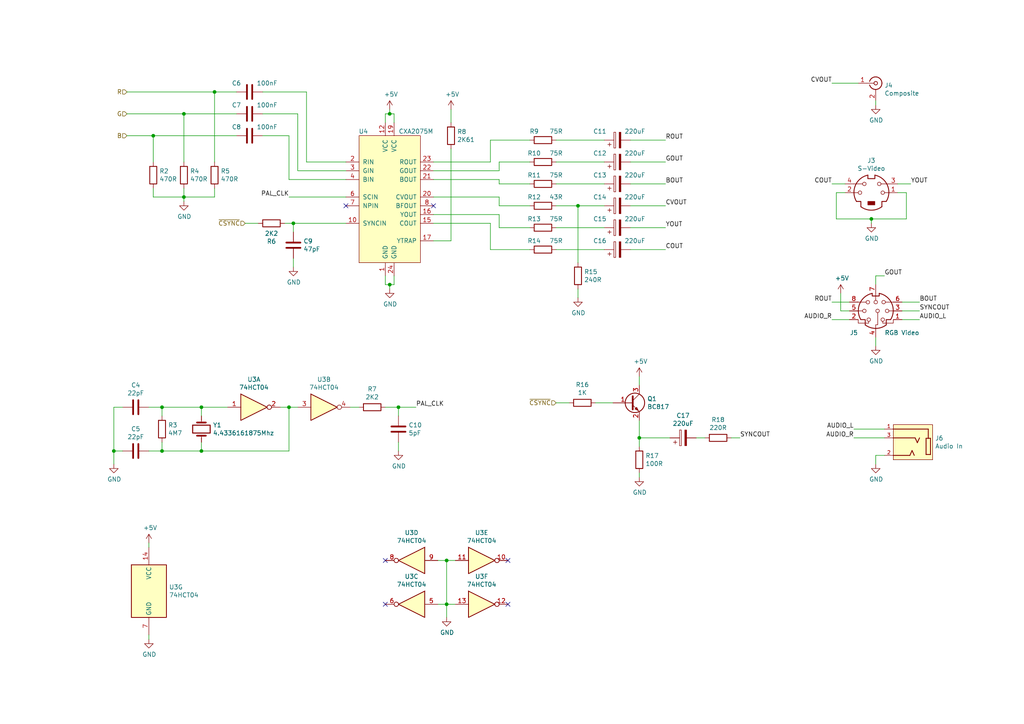
<source format=kicad_sch>
(kicad_sch (version 20211123) (generator eeschema)
  (paper "A4")
  (lib_symbols
    (symbol "74xx:74HCT04"
      (property "Reference" "U" (at 0 1.27 0))
      (property "Value" "74HCT04" (at 0 -1.27 0))
      (symbol "74HCT04_1_0"
        (polyline (pts (xy -3.81 3.81) (xy -3.81 -3.81) (xy 3.81 0) (xy -3.81 3.81)) (stroke (width 0.254)) (fill (type background)))
        (pin input line (at -7.62 0 0) (length 3.81) (name "~") (number "1"))
        (pin output inverted (at 7.62 0 180) (length 3.81) (name "~") (number "2"))
      )
      (symbol "74HCT04_2_0"
        (polyline (pts (xy -3.81 3.81) (xy -3.81 -3.81) (xy 3.81 0) (xy -3.81 3.81)) (stroke (width 0.254)) (fill (type background)))
        (pin input line (at -7.62 0 0) (length 3.81) (name "~") (number "3"))
        (pin output inverted (at 7.62 0 180) (length 3.81) (name "~") (number "4"))
      )
      (symbol "74HCT04_3_0"
        (polyline (pts (xy -3.81 3.81) (xy -3.81 -3.81) (xy 3.81 0) (xy -3.81 3.81)) (stroke (width 0.254)) (fill (type background)))
        (pin input line (at -7.62 0 0) (length 3.81) (name "~") (number "5"))
        (pin output inverted (at 7.62 0 180) (length 3.81) (name "~") (number "6"))
      )
      (symbol "74HCT04_4_0"
        (polyline (pts (xy -3.81 3.81) (xy -3.81 -3.81) (xy 3.81 0) (xy -3.81 3.81)) (stroke (width 0.254)) (fill (type background)))
        (pin output inverted (at 7.62 0 180) (length 3.81) (name "~") (number "8"))
        (pin input line (at -7.62 0 0) (length 3.81) (name "~") (number "9"))
      )
      (symbol "74HCT04_5_0"
        (polyline (pts (xy -3.81 3.81) (xy -3.81 -3.81) (xy 3.81 0) (xy -3.81 3.81)) (stroke (width 0.254)) (fill (type background)))
        (pin output inverted (at 7.62 0 180) (length 3.81) (name "~") (number "10"))
        (pin input line (at -7.62 0 0) (length 3.81) (name "~") (number "11"))
      )
      (symbol "74HCT04_6_0"
        (polyline (pts (xy -3.81 3.81) (xy -3.81 -3.81) (xy 3.81 0) (xy -3.81 3.81)) (stroke (width 0.254)) (fill (type background)))
        (pin output inverted (at 7.62 0 180) (length 3.81) (name "~") (number "12"))
        (pin input line (at -7.62 0 0) (length 3.81) (name "~") (number "13"))
      )
      (symbol "74HCT04_7_0"
        (pin power_in line (at 0 12.7 270) (length 5.08) (name "VCC") (number "14"))
        (pin power_in line (at 0 -12.7 90) (length 5.08) (name "GND") (number "7"))
      )
      (symbol "74HCT04_7_1"
        (rectangle (start -5.08 7.62) (end 5.08 -7.62) (stroke (width 0.254)) (fill (type background)))
      )
    )
    (symbol "Connector:Conn_Coaxial" (pin_names (offset 1.016) hide)
      (property "Reference" "J" (at 0.254 3.048 0))
      (property "Value" "Conn_Coaxial" (at 2.921 0 90))
      (symbol "Conn_Coaxial_0_1"
        (arc (start -1.778 -0.508) (mid 0.222 -1.808) (end 1.778 0) (stroke (width 0.254)))
        (polyline (pts (xy -2.54 0) (xy -0.508 0)))
        (polyline (pts (xy 0 -2.54) (xy 0 -1.778)))
        (circle (center 0 0) (radius 0.508) (stroke (width 0.2032)))
        (arc (start 1.778 0) (mid 0.2221 1.8083) (end -1.778 0.508) (stroke (width 0.254)))
      )
      (symbol "Conn_Coaxial_1_1"
        (pin passive line (at -5.08 0 0) (length 2.54) (name "In") (number "1"))
        (pin passive line (at 0 -5.08 90) (length 2.54) (name "Ext") (number "2"))
      )
    )
    (symbol "Connector:Mini-DIN-4" (pin_names (offset 1.016))
      (property "Reference" "J" (at 0 6.35 0))
      (property "Value" "Mini-DIN-4" (at 0 -6.35 0))
      (symbol "Mini-DIN-4_0_1"
        (circle (center -3.302 0) (radius 0.508))
        (arc (start -3.048 -4.064) (mid 0 -5.08) (end 3.048 -4.064) (stroke (width 0.254)))
        (circle (center -2.032 2.54) (radius 0.508))
        (rectangle (start -1.016 -2.54) (end 1.016 -3.556) (fill (type outline)))
        (arc (start -1.016 5.08) (mid -4.6243 2.1181) (end -4.318 -2.54) (stroke (width 0.254)))
        (polyline (pts (xy -3.81 0) (xy -5.08 0)))
        (polyline (pts (xy -2.54 2.54) (xy -5.08 2.54)))
        (polyline (pts (xy 2.794 2.54) (xy 5.08 2.54)))
        (polyline (pts (xy 5.08 0) (xy 3.81 0)))
        (polyline (pts (xy -4.318 -2.54) (xy -3.048 -2.54) (xy -3.048 -4.064)) (stroke (width 0.254)))
        (polyline (pts (xy 4.318 -2.54) (xy 3.048 -2.54) (xy 3.048 -4.064)) (stroke (width 0.254)))
        (polyline (pts (xy -1.016 5.08) (xy -1.016 4.064) (xy 1.016 4.064) (xy 1.016 5.08)) (stroke (width 0.254)))
        (circle (center 2.286 2.54) (radius 0.508))
        (circle (center 3.302 0) (radius 0.508))
        (arc (start 4.318 -2.54) (mid 4.6646 2.1357) (end 1.016 5.08) (stroke (width 0.254)))
      )
      (symbol "Mini-DIN-4_1_1"
        (pin passive line (at 7.62 0 180) (length 2.54) (name "~") (number "1"))
        (pin passive line (at -7.62 0 0) (length 2.54) (name "~") (number "2"))
        (pin passive line (at 7.62 2.54 180) (length 2.54) (name "~") (number "3"))
        (pin passive line (at -7.62 2.54 0) (length 2.54) (name "~") (number "4"))
      )
    )
    (symbol "Connector:Mini-DIN-8" (pin_names (offset 1.016))
      (property "Reference" "J" (at 5.08 5.08 0))
      (property "Value" "Mini-DIN-8" (at 10.668 -5.08 0))
      (symbol "Mini-DIN-8_0_1"
        (circle (center -3.302 0) (radius 0.508))
        (arc (start -3.048 -4.064) (mid 0 -5.08) (end 3.048 -4.064) (stroke (width 0.254)))
        (circle (center -2.286 2.5146) (radius 0.508))
        (circle (center -2.032 -2.54) (radius 0.508))
        (arc (start -1.016 5.08) (mid -4.6243 2.1181) (end -4.318 -2.54) (stroke (width 0.254)))
        (polyline (pts (xy -3.81 0) (xy -5.08 0)))
        (polyline (pts (xy -2.794 2.54) (xy -5.334 2.54)))
        (polyline (pts (xy 0 5.1054) (xy 0 3.048)))
        (polyline (pts (xy 2.794 2.54) (xy 5.08 2.54)))
        (polyline (pts (xy 5.08 0) (xy 3.81 0)))
        (polyline (pts (xy -4.318 -2.54) (xy -3.048 -2.54) (xy -3.048 -4.064)) (stroke (width 0.254)))
        (polyline (pts (xy 4.318 -2.54) (xy 3.048 -2.54) (xy 3.048 -4.064)) (stroke (width 0.254)))
        (polyline (pts (xy -2.032 -3.048) (xy -2.032 -3.556) (xy -5.08 -3.556) (xy -5.08 -2.54)))
        (polyline (pts (xy -1.016 5.08) (xy -1.016 4.318) (xy 1.016 4.318) (xy 1.016 5.08)) (stroke (width 0.254)))
        (polyline (pts (xy 0.5842 -0.508) (xy 0.5842 -4.0132) (xy 0 -4.0132) (xy 0 -5.1816)))
        (polyline (pts (xy 2.032 -3.048) (xy 2.032 -3.556) (xy 5.08 -3.556) (xy 5.08 -2.54)))
        (circle (center 0 2.54) (radius 0.508))
        (circle (center 2.032 -2.54) (radius 0.508))
        (circle (center 2.286 2.54) (radius 0.508))
        (circle (center 3.302 0) (radius 0.508))
        (arc (start 4.318 -2.54) (mid 4.6646 2.1357) (end 1.016 5.08) (stroke (width 0.254)))
      )
      (symbol "Mini-DIN-8_1_1"
        (circle (center 0.5334 0) (radius 0.508))
        (pin passive line (at 7.62 -2.54 180) (length 2.54) (name "~") (number "1"))
        (pin passive line (at -7.62 -2.54 0) (length 2.54) (name "~") (number "2"))
        (pin passive line (at 7.62 0 180) (length 2.54) (name "~") (number "3"))
        (pin passive line (at 0 -7.62 90) (length 2.54) (name "~") (number "4"))
        (pin passive line (at -7.62 0 0) (length 2.54) (name "~") (number "5"))
        (pin passive line (at 7.62 2.54 180) (length 2.54) (name "~") (number "6"))
        (pin passive line (at 0 7.62 270) (length 2.54) (name "~") (number "7"))
        (pin passive line (at -7.62 2.54 0) (length 2.54) (name "~") (number "8"))
      )
    )
    (symbol "Ddraig:35RAPC2BHN2" (pin_names (offset 1.016) hide)
      (property "Reference" "J" (at -5.08 7.62 0))
      (property "Value" "35RAPC2BHN2" (at -7.62 -6.35 0))
      (symbol "35RAPC2BHN2_0_0"
        (polyline (pts (xy -5.715 -2.286) (xy -5.715 2.413)) (stroke (width 0.254)))
        (polyline (pts (xy -5.715 2.413) (xy -5.08 2.413)) (stroke (width 0.254)))
        (polyline (pts (xy -5.08 2.413) (xy -4.445 2.413)) (stroke (width 0.254)))
        (polyline (pts (xy -5.08 5.08) (xy -5.08 2.413)) (stroke (width 0.254)))
        (polyline (pts (xy -4.445 -2.286) (xy -5.715 -2.286)) (stroke (width 0.254)))
        (polyline (pts (xy -4.445 2.413) (xy -4.445 -2.286)) (stroke (width 0.254)))
        (polyline (pts (xy -1.905 1.143) (xy -2.54 2.54)) (stroke (width 0.254)))
        (polyline (pts (xy -1.27 2.54) (xy -1.905 1.143)) (stroke (width 0.254)))
        (polyline (pts (xy -0.381 -1.143) (xy -1.016 -2.54)) (stroke (width 0.254)))
        (polyline (pts (xy 0.254 -2.54) (xy -0.381 -1.143)) (stroke (width 0.254)))
        (polyline (pts (xy 5.08 -2.54) (xy 0.254 -2.54)) (stroke (width 0.254)))
        (polyline (pts (xy 5.08 2.54) (xy -1.27 2.54)) (stroke (width 0.254)))
        (polyline (pts (xy 5.08 5.08) (xy -5.08 5.08)) (stroke (width 0.254)))
        (pin passive line (at 7.62 5.08 180) (length 2.54) (name "~") (number "1"))
        (pin passive line (at 7.62 -2.54 180) (length 2.54) (name "~") (number "2"))
        (pin passive line (at 7.62 2.54 180) (length 2.54) (name "~") (number "3"))
      )
      (symbol "35RAPC2BHN2_1_1"
        (rectangle (start -6.35 6.35) (end 5.08 -3.81) (fill (type background)))
      )
    )
    (symbol "Ddraig:CXA2075M" (pin_names (offset 1.016))
      (property "Reference" "U" (at -8.89 20.32 0))
      (property "Value" "CXA2075M" (at 7.62 20.32 0))
      (symbol "CXA2075M_0_1"
        (rectangle (start -8.89 19.05) (end 8.89 -17.78) (fill (type background)))
      )
      (symbol "CXA2075M_1_1"
        (pin power_in line (at -1.27 -21.59 90) (length 3.81) (name "GND") (number "1"))
        (pin input line (at -12.7 -6.35 0) (length 3.81) (name "SYNCIN") (number "10"))
        (pin no_connect line (at -12.7 -8.89 0) (length 3.81) hide (name "NC") (number "11"))
        (pin power_in line (at -1.27 22.86 270) (length 3.81) (name "VCC") (number "12"))
        (pin no_connect line (at 12.7 13.97 180) (length 3.81) hide (name "NC") (number "13"))
        (pin no_connect line (at 11.43 -8.89 180) (length 3.81) hide (name "NC") (number "14"))
        (pin output line (at 12.7 -6.35 180) (length 3.81) (name "COUT") (number "15"))
        (pin output line (at 12.7 -3.81 180) (length 3.81) (name "YOUT") (number "16"))
        (pin input line (at 12.7 -11.43 180) (length 3.81) (name "YTRAP") (number "17"))
        (pin no_connect line (at 11.43 -13.97 180) (length 3.81) hide (name "NC") (number "18"))
        (pin power_in line (at 1.27 22.86 270) (length 3.81) (name "VCC") (number "19"))
        (pin input line (at -12.7 11.43 0) (length 3.81) (name "RIN") (number "2"))
        (pin output line (at 12.7 1.27 180) (length 3.81) (name "CVOUT") (number "20"))
        (pin output line (at 12.7 6.35 180) (length 3.81) (name "BOUT") (number "21"))
        (pin output line (at 12.7 8.89 180) (length 3.81) (name "GOUT") (number "22"))
        (pin output line (at 12.7 11.43 180) (length 3.81) (name "ROUT") (number "23"))
        (pin power_in line (at 1.27 -21.59 90) (length 3.81) (name "GND") (number "24"))
        (pin input line (at -12.7 8.89 0) (length 3.81) (name "GIN") (number "3"))
        (pin input line (at -12.7 6.35 0) (length 3.81) (name "BIN") (number "4"))
        (pin no_connect line (at -12.7 3.81 0) (length 3.81) hide (name "NC") (number "5"))
        (pin input line (at -12.7 1.27 0) (length 3.81) (name "SCIN") (number "6"))
        (pin input line (at -12.7 -1.27 0) (length 3.81) (name "NPIN") (number "7"))
        (pin output line (at 12.7 -1.27 180) (length 3.81) (name "BFOUT") (number "8"))
        (pin no_connect line (at -12.7 -3.81 0) (length 3.81) hide (name "NC") (number "9"))
      )
    )
    (symbol "Device:C" (pin_numbers hide) (pin_names (offset 0.254))
      (property "Reference" "C" (at 0.635 2.54 0))
      (property "Value" "C" (at 0.635 -2.54 0))
      (symbol "C_0_1"
        (polyline (pts (xy -2.032 -0.762) (xy 2.032 -0.762)) (stroke (width 0.508)))
        (polyline (pts (xy -2.032 0.762) (xy 2.032 0.762)) (stroke (width 0.508)))
      )
      (symbol "C_1_1"
        (pin passive line (at 0 3.81 270) (length 2.794) (name "~") (number "1"))
        (pin passive line (at 0 -3.81 90) (length 2.794) (name "~") (number "2"))
      )
    )
    (symbol "Device:C_Polarized" (pin_numbers hide) (pin_names (offset 0.254))
      (property "Reference" "C" (at 0.635 2.54 0))
      (property "Value" "C_Polarized" (at 0.635 -2.54 0))
      (symbol "C_Polarized_0_1"
        (rectangle (start -2.286 0.508) (end 2.286 1.016))
        (polyline (pts (xy -1.778 2.286) (xy -0.762 2.286)))
        (polyline (pts (xy -1.27 2.794) (xy -1.27 1.778)))
        (rectangle (start 2.286 -0.508) (end -2.286 -1.016) (fill (type outline)))
      )
      (symbol "C_Polarized_1_1"
        (pin passive line (at 0 3.81 270) (length 2.794) (name "~") (number "1"))
        (pin passive line (at 0 -3.81 90) (length 2.794) (name "~") (number "2"))
      )
    )
    (symbol "Device:Crystal" (pin_numbers hide) (pin_names (offset 1.016) hide)
      (property "Reference" "Y" (at 0 3.81 0))
      (property "Value" "Crystal" (at 0 -3.81 0))
      (symbol "Crystal_0_1"
        (rectangle (start -1.143 2.54) (end 1.143 -2.54) (stroke (width 0.3048)))
        (polyline (pts (xy -2.54 0) (xy -1.905 0)))
        (polyline (pts (xy -1.905 -1.27) (xy -1.905 1.27)) (stroke (width 0.508)))
        (polyline (pts (xy 1.905 -1.27) (xy 1.905 1.27)) (stroke (width 0.508)))
        (polyline (pts (xy 2.54 0) (xy 1.905 0)))
      )
      (symbol "Crystal_1_1"
        (pin passive line (at -3.81 0 0) (length 1.27) (name "1") (number "1"))
        (pin passive line (at 3.81 0 180) (length 1.27) (name "2") (number "2"))
      )
    )
    (symbol "Device:R" (pin_numbers hide) (pin_names (offset 0))
      (property "Reference" "R" (at 2.032 0 90))
      (property "Value" "R" (at 0 0 90))
      (symbol "R_0_1"
        (rectangle (start -1.016 -2.54) (end 1.016 2.54) (stroke (width 0.254)))
      )
      (symbol "R_1_1"
        (pin passive line (at 0 3.81 270) (length 1.27) (name "~") (number "1"))
        (pin passive line (at 0 -3.81 90) (length 1.27) (name "~") (number "2"))
      )
    )
    (symbol "Transistor_BJT:BC817" (pin_names (offset 0) hide)
      (property "Reference" "Q" (at 5.08 1.905 0))
      (property "Value" "BC817" (at 5.08 0 0))
      (symbol "BC817_0_1"
        (polyline (pts (xy 0.635 0.635) (xy 2.54 2.54)))
        (polyline (pts (xy 0.635 -0.635) (xy 2.54 -2.54) (xy 2.54 -2.54)))
        (polyline (pts (xy 0.635 1.905) (xy 0.635 -1.905) (xy 0.635 -1.905)) (stroke (width 0.508)))
        (polyline (pts (xy 1.27 -1.778) (xy 1.778 -1.27) (xy 2.286 -2.286) (xy 1.27 -1.778) (xy 1.27 -1.778)) (fill (type outline)))
        (circle (center 1.27 0) (radius 2.8194) (stroke (width 0.254)))
      )
      (symbol "BC817_1_1"
        (pin input line (at -5.08 0 0) (length 5.715) (name "B") (number "1"))
        (pin passive line (at 2.54 -5.08 90) (length 2.54) (name "E") (number "2"))
        (pin passive line (at 2.54 5.08 270) (length 2.54) (name "C") (number "3"))
      )
    )
    (symbol "power:+5V" (power) (pin_names (offset 0))
      (property "Value" "+5V" (at 0 3.556 0))
      (symbol "+5V_0_1"
        (polyline (pts (xy -0.762 1.27) (xy 0 2.54)))
        (polyline (pts (xy 0 0) (xy 0 2.54)))
        (polyline (pts (xy 0 2.54) (xy 0.762 1.27)))
      )
      (symbol "+5V_1_1"
        (pin power_in line (at 0 0 90) (length 0) hide (name "+5V") (number "1"))
      )
    )
    (symbol "power:GND" (power) (pin_names (offset 0))
      (property "Value" "GND" (at 0 -3.81 0))
      (symbol "GND_0_1"
        (polyline (pts (xy 0 0) (xy 0 -1.27) (xy 1.27 -1.27) (xy 0 -2.54) (xy -1.27 -1.27) (xy 0 -1.27)))
      )
      (symbol "GND_1_1"
        (pin power_in line (at 0 0 270) (length 0) hide (name "GND") (number "1"))
      )
    )
  )
  (junction (at 53.34 57.15))
  (junction (at 129.54 175.26))
  (junction (at 85.09 64.77))
  (junction (at 44.45 39.37))
  (junction (at 83.82 118.11))
  (junction (at 129.54 162.56))
  (junction (at 113.03 33.02))
  (junction (at 58.42 130.81))
  (junction (at 167.64 59.69))
  (junction (at 46.99 130.81))
  (junction (at 185.42 127))
  (junction (at 46.99 118.11))
  (junction (at 53.34 33.02))
  (junction (at 58.42 118.11))
  (junction (at 62.23 26.67))
  (junction (at 115.57 118.11))
  (junction (at 252.73 63.5))
  (junction (at 113.03 82.55))
  (junction (at 33.02 130.81))
  (no_connect (at 111.76 162.56))
  (no_connect (at 147.32 162.56))
  (no_connect (at 125.73 59.69))
  (no_connect (at 100.33 59.69))
  (no_connect (at 111.76 175.26))
  (no_connect (at 147.32 175.26))
  (wire (pts (xy 129.54 162.56) (xy 127 162.56)))
  (wire (pts (xy 129.54 175.26) (xy 129.54 162.56)))
  (wire (pts (xy 88.9 46.99) (xy 88.9 26.67)))
  (wire (pts (xy 266.7 90.17) (xy 261.62 90.17)))
  (wire (pts (xy 100.33 52.07) (xy 83.82 52.07)))
  (wire (pts (xy 114.3 33.02) (xy 114.3 35.56)))
  (wire (pts (xy 246.38 92.71) (xy 241.3 92.71)))
  (wire (pts (xy 142.24 40.64) (xy 153.67 40.64)))
  (wire (pts (xy 113.03 83.82) (xy 113.03 82.55)))
  (wire (pts (xy 246.38 90.17) (xy 243.84 90.17)))
  (wire (pts (xy 252.73 64.77) (xy 252.73 63.5)))
  (wire (pts (xy 46.99 128.27) (xy 46.99 130.81)))
  (wire (pts (xy 113.03 31.75) (xy 113.03 33.02)))
  (wire (pts (xy 175.26 46.99) (xy 161.29 46.99)))
  (wire (pts (xy 214.63 127) (xy 212.09 127)))
  (wire (pts (xy 100.33 46.99) (xy 88.9 46.99)))
  (wire (pts (xy 44.45 57.15) (xy 44.45 54.61)))
  (wire (pts (xy 53.34 58.42) (xy 53.34 57.15)))
  (wire (pts (xy 125.73 46.99) (xy 142.24 46.99)))
  (wire (pts (xy 130.81 69.85) (xy 130.81 43.18)))
  (wire (pts (xy 111.76 82.55) (xy 113.03 82.55)))
  (wire (pts (xy 144.78 66.04) (xy 153.67 66.04)))
  (wire (pts (xy 245.11 53.34) (xy 241.3 53.34)))
  (wire (pts (xy 242.57 63.5) (xy 242.57 55.88)))
  (wire (pts (xy 86.36 33.02) (xy 76.2 33.02)))
  (wire (pts (xy 83.82 130.81) (xy 83.82 118.11)))
  (wire (pts (xy 62.23 57.15) (xy 53.34 57.15)))
  (wire (pts (xy 129.54 162.56) (xy 132.08 162.56)))
  (wire (pts (xy 247.65 124.46) (xy 256.54 124.46)))
  (wire (pts (xy 144.78 52.07) (xy 144.78 53.34)))
  (wire (pts (xy 167.64 59.69) (xy 161.29 59.69)))
  (wire (pts (xy 83.82 52.07) (xy 83.82 39.37)))
  (wire (pts (xy 256.54 80.01) (xy 254 80.01)))
  (wire (pts (xy 125.73 52.07) (xy 144.78 52.07)))
  (wire (pts (xy 161.29 53.34) (xy 175.26 53.34)))
  (wire (pts (xy 82.55 64.77) (xy 85.09 64.77)))
  (wire (pts (xy 101.6 118.11) (xy 104.14 118.11)))
  (wire (pts (xy 53.34 46.99) (xy 53.34 33.02)))
  (wire (pts (xy 246.38 87.63) (xy 241.3 87.63)))
  (wire (pts (xy 62.23 46.99) (xy 62.23 26.67)))
  (wire (pts (xy 71.12 64.77) (xy 74.93 64.77)))
  (wire (pts (xy 264.16 53.34) (xy 260.35 53.34)))
  (wire (pts (xy 62.23 54.61) (xy 62.23 57.15)))
  (wire (pts (xy 260.35 55.88) (xy 262.89 55.88)))
  (wire (pts (xy 115.57 118.11) (xy 120.65 118.11)))
  (wire (pts (xy 193.04 59.69) (xy 182.88 59.69)))
  (wire (pts (xy 53.34 57.15) (xy 53.34 54.61)))
  (wire (pts (xy 44.45 46.99) (xy 44.45 39.37)))
  (wire (pts (xy 85.09 67.31) (xy 85.09 64.77)))
  (wire (pts (xy 125.73 69.85) (xy 130.81 69.85)))
  (wire (pts (xy 144.78 49.53) (xy 144.78 46.99)))
  (wire (pts (xy 111.76 33.02) (xy 113.03 33.02)))
  (wire (pts (xy 142.24 72.39) (xy 153.67 72.39)))
  (wire (pts (xy 144.78 57.15) (xy 144.78 59.69)))
  (wire (pts (xy 243.84 90.17) (xy 243.84 85.09)))
  (wire (pts (xy 88.9 26.67) (xy 76.2 26.67)))
  (wire (pts (xy 114.3 82.55) (xy 114.3 80.01)))
  (wire (pts (xy 33.02 118.11) (xy 35.56 118.11)))
  (wire (pts (xy 62.23 26.67) (xy 36.83 26.67)))
  (wire (pts (xy 142.24 40.64) (xy 142.24 46.99)))
  (wire (pts (xy 125.73 49.53) (xy 144.78 49.53)))
  (wire (pts (xy 144.78 46.99) (xy 153.67 46.99)))
  (wire (pts (xy 262.89 63.5) (xy 252.73 63.5)))
  (wire (pts (xy 125.73 62.23) (xy 144.78 62.23)))
  (wire (pts (xy 256.54 132.08) (xy 254 132.08)))
  (wire (pts (xy 58.42 120.65) (xy 58.42 118.11)))
  (wire (pts (xy 46.99 120.65) (xy 46.99 118.11)))
  (wire (pts (xy 33.02 118.11) (xy 33.02 130.81)))
  (wire (pts (xy 252.73 63.5) (xy 242.57 63.5)))
  (wire (pts (xy 129.54 175.26) (xy 132.08 175.26)))
  (wire (pts (xy 125.73 57.15) (xy 144.78 57.15)))
  (wire (pts (xy 261.62 87.63) (xy 266.7 87.63)))
  (wire (pts (xy 256.54 127) (xy 247.65 127)))
  (wire (pts (xy 144.78 62.23) (xy 144.78 66.04)))
  (wire (pts (xy 142.24 64.77) (xy 142.24 72.39)))
  (wire (pts (xy 35.56 130.81) (xy 33.02 130.81)))
  (wire (pts (xy 100.33 57.15) (xy 83.82 57.15)))
  (wire (pts (xy 86.36 49.53) (xy 86.36 33.02)))
  (wire (pts (xy 254 132.08) (xy 254 134.62)))
  (wire (pts (xy 182.88 40.64) (xy 193.04 40.64)))
  (wire (pts (xy 182.88 53.34) (xy 193.04 53.34)))
  (wire (pts (xy 175.26 40.64) (xy 161.29 40.64)))
  (wire (pts (xy 68.58 26.67) (xy 62.23 26.67)))
  (wire (pts (xy 193.04 46.99) (xy 182.88 46.99)))
  (wire (pts (xy 43.18 158.75) (xy 43.18 157.48)))
  (wire (pts (xy 83.82 39.37) (xy 76.2 39.37)))
  (wire (pts (xy 185.42 121.92) (xy 185.42 127)))
  (wire (pts (xy 43.18 118.11) (xy 46.99 118.11)))
  (wire (pts (xy 242.57 55.88) (xy 245.11 55.88)))
  (wire (pts (xy 204.47 127) (xy 201.93 127)))
  (wire (pts (xy 100.33 49.53) (xy 86.36 49.53)))
  (wire (pts (xy 193.04 72.39) (xy 182.88 72.39)))
  (wire (pts (xy 115.57 120.65) (xy 115.57 118.11)))
  (wire (pts (xy 262.89 55.88) (xy 262.89 63.5)))
  (wire (pts (xy 167.64 76.2) (xy 167.64 59.69)))
  (wire (pts (xy 58.42 130.81) (xy 58.42 128.27)))
  (wire (pts (xy 53.34 57.15) (xy 44.45 57.15)))
  (wire (pts (xy 111.76 80.01) (xy 111.76 82.55)))
  (wire (pts (xy 68.58 33.02) (xy 53.34 33.02)))
  (wire (pts (xy 254 30.48) (xy 254 29.21)))
  (wire (pts (xy 85.09 64.77) (xy 100.33 64.77)))
  (wire (pts (xy 53.34 33.02) (xy 36.83 33.02)))
  (wire (pts (xy 111.76 35.56) (xy 111.76 33.02)))
  (wire (pts (xy 254 80.01) (xy 254 82.55)))
  (wire (pts (xy 113.03 33.02) (xy 114.3 33.02)))
  (wire (pts (xy 144.78 53.34) (xy 153.67 53.34)))
  (wire (pts (xy 175.26 72.39) (xy 161.29 72.39)))
  (wire (pts (xy 185.42 111.76) (xy 185.42 109.22)))
  (wire (pts (xy 115.57 128.27) (xy 115.57 130.81)))
  (wire (pts (xy 261.62 92.71) (xy 266.7 92.71)))
  (wire (pts (xy 68.58 39.37) (xy 44.45 39.37)))
  (wire (pts (xy 185.42 137.16) (xy 185.42 138.43)))
  (wire (pts (xy 161.29 66.04) (xy 175.26 66.04)))
  (wire (pts (xy 111.76 118.11) (xy 115.57 118.11)))
  (wire (pts (xy 58.42 130.81) (xy 83.82 130.81)))
  (wire (pts (xy 43.18 130.81) (xy 46.99 130.81)))
  (wire (pts (xy 241.3 24.13) (xy 248.92 24.13)))
  (wire (pts (xy 161.29 116.84) (xy 165.1 116.84)))
  (wire (pts (xy 85.09 77.47) (xy 85.09 74.93)))
  (wire (pts (xy 129.54 179.07) (xy 129.54 175.26)))
  (wire (pts (xy 33.02 134.62) (xy 33.02 130.81)))
  (wire (pts (xy 182.88 66.04) (xy 193.04 66.04)))
  (wire (pts (xy 144.78 59.69) (xy 153.67 59.69)))
  (wire (pts (xy 194.31 127) (xy 185.42 127)))
  (wire (pts (xy 125.73 64.77) (xy 142.24 64.77)))
  (wire (pts (xy 58.42 118.11) (xy 66.04 118.11)))
  (wire (pts (xy 130.81 35.56) (xy 130.81 31.75)))
  (wire (pts (xy 175.26 59.69) (xy 167.64 59.69)))
  (wire (pts (xy 167.64 86.36) (xy 167.64 83.82)))
  (wire (pts (xy 113.03 82.55) (xy 114.3 82.55)))
  (wire (pts (xy 46.99 118.11) (xy 58.42 118.11)))
  (wire (pts (xy 185.42 127) (xy 185.42 129.54)))
  (wire (pts (xy 254 97.79) (xy 254 100.33)))
  (wire (pts (xy 83.82 118.11) (xy 86.36 118.11)))
  (wire (pts (xy 172.72 116.84) (xy 177.8 116.84)))
  (wire (pts (xy 81.28 118.11) (xy 83.82 118.11)))
  (wire (pts (xy 127 175.26) (xy 129.54 175.26)))
  (wire (pts (xy 46.99 130.81) (xy 58.42 130.81)))
  (wire (pts (xy 44.45 39.37) (xy 36.83 39.37)))
  (wire (pts (xy 43.18 185.42) (xy 43.18 184.15)))
  (label "PAL_CLK" (at 83.82 57.15 180))
  (label "BOUT" (at 193.04 53.34 0))
  (label "AUDIO_R" (at 241.3 92.71 180))
  (label "CVOUT" (at 241.3 24.13 180))
  (label "PAL_CLK" (at 120.65 118.11 0))
  (label "ROUT" (at 241.3 87.63 180))
  (label "COUT" (at 193.04 72.39 0))
  (label "COUT" (at 241.3 53.34 180))
  (label "AUDIO_L" (at 266.7 92.71 0))
  (label "GOUT" (at 256.54 80.01 0))
  (label "SYNCOUT" (at 214.63 127 0))
  (label "YOUT" (at 193.04 66.04 0))
  (label "GOUT" (at 193.04 46.99 0))
  (label "SYNCOUT" (at 266.7 90.17 0))
  (label "BOUT" (at 266.7 87.63 0))
  (label "ROUT" (at 193.04 40.64 0))
  (label "YOUT" (at 264.16 53.34 0))
  (label "AUDIO_L" (at 247.65 124.46 180))
  (label "CVOUT" (at 193.04 59.69 0))
  (label "AUDIO_R" (at 247.65 127 180))
  (hierarchical_label "R" (shape input) (at 36.83 26.67 180))
  (hierarchical_label "~{CSYNC}" (shape input) (at 161.29 116.84 180))
  (hierarchical_label "B" (shape input) (at 36.83 39.37 180))
  (hierarchical_label "~{CSYNC}" (shape input) (at 71.12 64.77 180))
  (hierarchical_label "G" (shape input) (at 36.83 33.02 180))
  (symbol (lib_id "Ddraig:CXA2075M") (at 113.03 58.42 0) (unit 1)
    (property "Reference" "U4" (at 105.41 38.1 0))
    (property "Value" "CXA2075M" (at 120.65 38.1 0))
    (property "Footprint" "Package_SO:SOP-24_7.5x15.4mm_P1.27mm" (effects hide))
  )
  (symbol (lib_id "power:+5V") (at 113.03 31.75 0) (unit 1)
    (property "Reference" "#PWR022" (effects hide))
    (property "Value" "+5V" (at 113.411 27.3558 0))
  )
  (symbol (lib_id "power:GND") (at 113.03 83.82 0) (unit 1)
    (property "Reference" "#PWR023" (effects hide))
    (property "Value" "GND" (at 113.157 88.2142 0))
  )
  (symbol (lib_id "Connector:Mini-DIN-8") (at 254 90.17 0) (unit 1)
    (property "Reference" "J5" (at 247.65 96.52 0))
    (property "Value" "RGB Video" (at 261.62 96.52 0))
    (property "Footprint" "Ddraig:MINI-DIN-8-TE_57492681" (effects hide))
    (property "Datasheet" "http://service.powerdynamics.com/ec/Catalog17/Section%2011.pdf" (effects hide))
  )
  (symbol (lib_id "power:+5V") (at 243.84 85.09 0) (unit 1)
    (property "Reference" "#PWR030" (effects hide))
    (property "Value" "+5V" (at 244.221 80.6958 0))
  )
  (symbol (lib_id "Device:R") (at 130.81 39.37 0) (unit 1)
    (property "Reference" "R8" (at 132.588 38.2016 0) (effects (justify left)))
    (property "Value" "2K61" (at 132.588 40.513 0) (effects (justify left)))
    (property "Footprint" "LED_SMD:LED_0805_2012Metric" (effects hide))
  )
  (symbol (lib_id "Device:R") (at 157.48 40.64 270) (unit 1)
    (property "Reference" "R9" (at 154.94 38.1 90))
    (property "Value" "75R" (at 161.29 38.1 90))
    (property "Footprint" "LED_SMD:LED_0805_2012Metric" (effects hide))
  )
  (symbol (lib_id "Device:R") (at 157.48 46.99 270) (unit 1)
    (property "Reference" "R10" (at 154.94 44.45 90))
    (property "Value" "75R" (at 161.29 44.45 90))
    (property "Footprint" "LED_SMD:LED_0805_2012Metric" (effects hide))
  )
  (symbol (lib_id "Device:R") (at 157.48 53.34 270) (unit 1)
    (property "Reference" "R11" (at 154.94 50.8 90))
    (property "Value" "75R" (at 161.29 50.8 90))
    (property "Footprint" "LED_SMD:LED_0805_2012Metric" (effects hide))
  )
  (symbol (lib_id "Device:R") (at 157.48 59.69 270) (unit 1)
    (property "Reference" "R12" (at 154.94 57.15 90))
    (property "Value" "43R" (at 161.29 57.15 90))
    (property "Footprint" "LED_SMD:LED_0805_2012Metric" (effects hide))
  )
  (symbol (lib_id "Device:R") (at 157.48 66.04 270) (unit 1)
    (property "Reference" "R13" (at 154.94 63.5 90))
    (property "Value" "75R" (at 161.29 63.5 90))
    (property "Footprint" "LED_SMD:LED_0805_2012Metric" (effects hide))
  )
  (symbol (lib_id "Device:R") (at 157.48 72.39 270) (unit 1)
    (property "Reference" "R14" (at 154.94 69.85 90))
    (property "Value" "75R" (at 161.29 69.85 90))
    (property "Footprint" "LED_SMD:LED_0805_2012Metric" (effects hide))
  )
  (symbol (lib_id "Device:C_Polarized") (at 179.07 40.64 90) (unit 1)
    (property "Reference" "C11" (at 173.99 38.1 90))
    (property "Value" "220uF" (at 184.15 38.1 90))
    (property "Footprint" "Capacitor_THT:CP_Radial_D5.0mm_P2.50mm" (effects hide))
  )
  (symbol (lib_id "Device:C_Polarized") (at 179.07 46.99 90) (unit 1)
    (property "Reference" "C12" (at 173.99 44.45 90))
    (property "Value" "220uF" (at 184.15 44.45 90))
    (property "Footprint" "Capacitor_THT:CP_Radial_D5.0mm_P2.50mm" (effects hide))
  )
  (symbol (lib_id "Device:C_Polarized") (at 179.07 53.34 90) (unit 1)
    (property "Reference" "C13" (at 173.99 50.8 90))
    (property "Value" "220uF" (at 184.15 50.8 90))
    (property "Footprint" "Capacitor_THT:CP_Radial_D5.0mm_P2.50mm" (effects hide))
  )
  (symbol (lib_id "Device:C_Polarized") (at 179.07 59.69 90) (unit 1)
    (property "Reference" "C14" (at 173.99 57.15 90))
    (property "Value" "220uF" (at 184.15 57.15 90))
    (property "Footprint" "Capacitor_THT:CP_Radial_D5.0mm_P2.50mm" (effects hide))
  )
  (symbol (lib_id "Device:C_Polarized") (at 179.07 66.04 90) (unit 1)
    (property "Reference" "C15" (at 173.99 63.5 90))
    (property "Value" "220uF" (at 184.15 63.5 90))
    (property "Footprint" "Capacitor_THT:CP_Radial_D5.0mm_P2.50mm" (effects hide))
  )
  (symbol (lib_id "Device:C_Polarized") (at 179.07 72.39 90) (unit 1)
    (property "Reference" "C16" (at 173.99 69.85 90))
    (property "Value" "220uF" (at 184.15 69.85 90))
    (property "Footprint" "Capacitor_THT:CP_Radial_D5.0mm_P2.50mm" (effects hide))
  )
  (symbol (lib_id "power:+5V") (at 130.81 31.75 0) (unit 1)
    (property "Reference" "#PWR026" (effects hide))
    (property "Value" "+5V" (at 131.191 27.3558 0))
  )
  (symbol (lib_id "Device:R") (at 167.64 80.01 0) (unit 1)
    (property "Reference" "R15" (at 169.418 78.8416 0) (effects (justify left)))
    (property "Value" "240R" (at 169.418 81.153 0) (effects (justify left)))
    (property "Footprint" "LED_SMD:LED_0805_2012Metric" (effects hide))
  )
  (symbol (lib_id "power:GND") (at 167.64 86.36 0) (unit 1)
    (property "Reference" "#PWR027" (effects hide))
    (property "Value" "GND" (at 167.767 90.7542 0))
  )
  (symbol (lib_id "Device:R") (at 78.74 64.77 90) (unit 1)
    (property "Reference" "R6" (at 78.74 70.0278 90))
    (property "Value" "2K2" (at 78.74 67.7164 90))
    (property "Footprint" "LED_SMD:LED_0805_2012Metric" (effects hide))
  )
  (symbol (lib_id "Device:C") (at 85.09 71.12 0) (unit 1)
    (property "Reference" "C9" (at 88.011 69.9516 0) (effects (justify left)))
    (property "Value" "47pF" (at 88.011 72.263 0) (effects (justify left)))
    (property "Footprint" "Capacitor_SMD:C_0805_2012Metric" (effects hide))
  )
  (symbol (lib_id "power:GND") (at 85.09 77.47 0) (unit 1)
    (property "Reference" "#PWR021" (effects hide))
    (property "Value" "GND" (at 85.217 81.8642 0))
  )
  (symbol (lib_id "Device:C") (at 39.37 118.11 270) (unit 1)
    (property "Reference" "C4" (at 39.37 111.7092 90))
    (property "Value" "22pF" (at 39.37 114.0206 90))
    (property "Footprint" "Capacitor_SMD:C_0805_2012Metric" (effects hide))
  )
  (symbol (lib_id "Device:C") (at 39.37 130.81 270) (unit 1)
    (property "Reference" "C5" (at 39.37 124.4092 90))
    (property "Value" "22pF" (at 39.37 126.7206 90))
    (property "Footprint" "Capacitor_SMD:C_0805_2012Metric" (effects hide))
  )
  (symbol (lib_id "Device:R") (at 46.99 124.46 0) (unit 1)
    (property "Reference" "R3" (at 48.768 123.2916 0) (effects (justify left)))
    (property "Value" "4M7" (at 48.768 125.603 0) (effects (justify left)))
    (property "Footprint" "LED_SMD:LED_0805_2012Metric" (effects hide))
  )
  (symbol (lib_id "Device:R") (at 107.95 118.11 270) (unit 1)
    (property "Reference" "R7" (at 107.95 112.8522 90))
    (property "Value" "2K2" (at 107.95 115.1636 90))
    (property "Footprint" "LED_SMD:LED_0805_2012Metric" (effects hide))
  )
  (symbol (lib_id "Device:Crystal") (at 58.42 124.46 90) (unit 1)
    (property "Reference" "Y1" (at 61.7474 123.2916 90) (effects (justify right)))
    (property "Value" "4.4336161875Mhz" (at 61.7474 125.603 90) (effects (justify right)))
    (property "Footprint" "Crystal:Crystal_HC50_Vertical" (effects hide))
  )
  (symbol (lib_id "Device:C") (at 115.57 124.46 0) (unit 1)
    (property "Reference" "C10" (at 118.491 123.2916 0) (effects (justify left)))
    (property "Value" "5pF" (at 118.491 125.603 0) (effects (justify left)))
    (property "Footprint" "Capacitor_SMD:C_0805_2012Metric" (effects hide))
  )
  (symbol (lib_id "74xx:74HCT04") (at 73.66 118.11 0) (unit 1)
    (property "Reference" "U3" (at 73.66 110.0582 0))
    (property "Value" "74HCT04" (at 73.66 112.3696 0))
    (property "Footprint" "Package_SO:SO-14_3.9x8.65mm_P1.27mm" (effects hide))
    (property "Datasheet" "https://assets.nexperia.com/documents/data-sheet/74HC_HCT04.pdf" (effects hide))
  )
  (symbol (lib_id "74xx:74HCT04") (at 93.98 118.11 0) (unit 2)
    (property "Reference" "U3" (at 93.98 110.0582 0))
    (property "Value" "74HCT04" (at 93.98 112.3696 0))
    (property "Footprint" "Package_SO:SO-14_3.9x8.65mm_P1.27mm" (effects hide))
    (property "Datasheet" "https://assets.nexperia.com/documents/data-sheet/74HC_HCT04.pdf" (effects hide))
  )
  (symbol (lib_id "74xx:74HCT04") (at 119.38 175.26 0) (mirror y) (unit 3)
    (property "Reference" "U3" (at 119.38 167.2082 0))
    (property "Value" "74HCT04" (at 119.38 169.5196 0))
    (property "Footprint" "Package_SO:SO-14_3.9x8.65mm_P1.27mm" (effects hide))
    (property "Datasheet" "https://assets.nexperia.com/documents/data-sheet/74HC_HCT04.pdf" (effects hide))
  )
  (symbol (lib_id "74xx:74HCT04") (at 119.38 162.56 0) (mirror y) (unit 4)
    (property "Reference" "U3" (at 119.38 154.5082 0))
    (property "Value" "74HCT04" (at 119.38 156.8196 0))
    (property "Footprint" "Package_SO:SO-14_3.9x8.65mm_P1.27mm" (effects hide))
    (property "Datasheet" "https://assets.nexperia.com/documents/data-sheet/74HC_HCT04.pdf" (effects hide))
  )
  (symbol (lib_id "74xx:74HCT04") (at 139.7 162.56 0) (unit 5)
    (property "Reference" "U3" (at 139.7 154.5082 0))
    (property "Value" "74HCT04" (at 139.7 156.8196 0))
    (property "Footprint" "Package_SO:SO-14_3.9x8.65mm_P1.27mm" (effects hide))
    (property "Datasheet" "https://assets.nexperia.com/documents/data-sheet/74HC_HCT04.pdf" (effects hide))
  )
  (symbol (lib_id "74xx:74HCT04") (at 139.7 175.26 0) (unit 6)
    (property "Reference" "U3" (at 139.7 167.2082 0))
    (property "Value" "74HCT04" (at 139.7 169.5196 0))
    (property "Footprint" "Package_SO:SO-14_3.9x8.65mm_P1.27mm" (effects hide))
    (property "Datasheet" "https://assets.nexperia.com/documents/data-sheet/74HC_HCT04.pdf" (effects hide))
  )
  (symbol (lib_id "74xx:74HCT04") (at 43.18 171.45 0) (unit 7)
    (property "Reference" "U3" (at 49.022 170.2816 0) (effects (justify left)))
    (property "Value" "74HCT04" (at 49.022 172.593 0) (effects (justify left)))
    (property "Footprint" "Package_SO:SO-14_3.9x8.65mm_P1.27mm" (effects hide))
    (property "Datasheet" "https://assets.nexperia.com/documents/data-sheet/74HC_HCT04.pdf" (effects hide))
  )
  (symbol (lib_id "power:GND") (at 33.02 134.62 0) (unit 1)
    (property "Reference" "#PWR017" (effects hide))
    (property "Value" "GND" (at 33.147 139.0142 0))
  )
  (symbol (lib_id "power:GND") (at 43.18 185.42 0) (unit 1)
    (property "Reference" "#PWR019" (effects hide))
    (property "Value" "GND" (at 43.307 189.8142 0))
  )
  (symbol (lib_id "power:GND") (at 129.54 179.07 0) (unit 1)
    (property "Reference" "#PWR025" (effects hide))
    (property "Value" "GND" (at 129.667 183.4642 0))
  )
  (symbol (lib_id "power:+5V") (at 43.18 157.48 0) (unit 1)
    (property "Reference" "#PWR018" (effects hide))
    (property "Value" "+5V" (at 43.561 153.0858 0))
  )
  (symbol (lib_id "power:GND") (at 115.57 130.81 0) (unit 1)
    (property "Reference" "#PWR024" (effects hide))
    (property "Value" "GND" (at 115.697 135.2042 0))
  )
  (symbol (lib_id "Device:R") (at 44.45 50.8 0) (unit 1)
    (property "Reference" "R2" (at 46.228 49.6316 0) (effects (justify left)))
    (property "Value" "470R" (at 46.228 51.943 0) (effects (justify left)))
    (property "Footprint" "LED_SMD:LED_0805_2012Metric" (effects hide))
  )
  (symbol (lib_id "Device:R") (at 53.34 50.8 0) (unit 1)
    (property "Reference" "R4" (at 55.118 49.6316 0) (effects (justify left)))
    (property "Value" "470R" (at 55.118 51.943 0) (effects (justify left)))
    (property "Footprint" "LED_SMD:LED_0805_2012Metric" (effects hide))
  )
  (symbol (lib_id "Device:R") (at 62.23 50.8 0) (unit 1)
    (property "Reference" "R5" (at 64.008 49.6316 0) (effects (justify left)))
    (property "Value" "470R" (at 64.008 51.943 0) (effects (justify left)))
    (property "Footprint" "LED_SMD:LED_0805_2012Metric" (effects hide))
  )
  (symbol (lib_id "power:GND") (at 53.34 58.42 0) (unit 1)
    (property "Reference" "#PWR020" (effects hide))
    (property "Value" "GND" (at 53.467 62.8142 0))
  )
  (symbol (lib_id "Device:C") (at 72.39 26.67 270) (unit 1)
    (property "Reference" "C6" (at 68.58 24.13 90))
    (property "Value" "100nF" (at 77.47 24.13 90))
    (property "Footprint" "Capacitor_SMD:C_0805_2012Metric" (effects hide))
  )
  (symbol (lib_id "Device:C") (at 72.39 33.02 270) (unit 1)
    (property "Reference" "C7" (at 68.58 30.48 90))
    (property "Value" "100nF" (at 77.47 30.48 90))
    (property "Footprint" "Capacitor_SMD:C_0805_2012Metric" (effects hide))
  )
  (symbol (lib_id "Device:C") (at 72.39 39.37 270) (unit 1)
    (property "Reference" "C8" (at 68.58 36.83 90))
    (property "Value" "100nF" (at 77.47 36.83 90))
    (property "Footprint" "Capacitor_SMD:C_0805_2012Metric" (effects hide))
  )
  (symbol (lib_id "Connector:Mini-DIN-4") (at 252.73 55.88 0) (unit 1)
    (property "Reference" "J3" (at 252.73 46.5582 0))
    (property "Value" "S-Video" (at 252.73 48.8696 0))
    (property "Footprint" "Ddraig:MINI-DIN-4-TE_5749181-1" (effects hide))
    (property "Datasheet" "http://service.powerdynamics.com/ec/Catalog17/Section%2011.pdf" (effects hide))
  )
  (symbol (lib_id "power:GND") (at 252.73 64.77 0) (unit 1)
    (property "Reference" "#PWR031" (effects hide))
    (property "Value" "GND" (at 252.857 69.1642 0))
  )
  (symbol (lib_id "Connector:Conn_Coaxial") (at 254 24.13 0) (unit 1)
    (property "Reference" "J4" (at 256.54 24.765 0) (effects (justify left)))
    (property "Value" "Composite" (at 256.54 27.0764 0) (effects (justify left)))
    (property "Footprint" "Ddraig:KLPX0848A2RG" (effects hide))
    (property "Datasheet" " ~" (effects hide))
  )
  (symbol (lib_id "power:GND") (at 254 30.48 0) (unit 1)
    (property "Reference" "#PWR032" (effects hide))
    (property "Value" "GND" (at 254.127 34.8742 0))
  )
  (symbol (lib_id "Ddraig:35RAPC2BHN2") (at 264.16 129.54 0) (mirror y) (unit 1)
    (property "Reference" "J6" (at 271.2212 127.1016 0) (effects (justify right)))
    (property "Value" "Audio In" (at 271.2212 129.413 0) (effects (justify right)))
    (property "Footprint" "Ddraig:SWITCHCRAFT_35RAPC2BHN2" (effects hide))
    (property "STANDARD" "Manufacturer Recommendations" (effects hide))
    (property "MAXIMUM_PACKAGE_HIEGHT" "6.1214mm" (effects hide))
    (property "MANUFACTURER" "Switchcraft Inc." (effects hide))
    (property "PARTREV" "L" (effects hide))
  )
  (symbol (lib_id "power:GND") (at 254 100.33 0) (unit 1)
    (property "Reference" "#PWR033" (effects hide))
    (property "Value" "GND" (at 254.127 104.7242 0))
  )
  (symbol (lib_id "power:GND") (at 254 134.62 0) (unit 1)
    (property "Reference" "#PWR034" (effects hide))
    (property "Value" "GND" (at 254.127 139.0142 0))
  )
  (symbol (lib_id "Device:R") (at 168.91 116.84 270) (unit 1)
    (property "Reference" "R16" (at 168.91 111.5822 90))
    (property "Value" "1K" (at 168.91 113.8936 90))
    (property "Footprint" "LED_SMD:LED_0805_2012Metric" (effects hide))
  )
  (symbol (lib_id "Device:R") (at 185.42 133.35 0) (unit 1)
    (property "Reference" "R17" (at 187.198 132.1816 0) (effects (justify left)))
    (property "Value" "100R" (at 187.198 134.493 0) (effects (justify left)))
    (property "Footprint" "LED_SMD:LED_0805_2012Metric" (effects hide))
  )
  (symbol (lib_id "Device:R") (at 208.28 127 270) (unit 1)
    (property "Reference" "R18" (at 208.28 121.7422 90))
    (property "Value" "220R" (at 208.28 124.0536 90))
    (property "Footprint" "LED_SMD:LED_0805_2012Metric" (effects hide))
  )
  (symbol (lib_id "Device:C_Polarized") (at 198.12 127 90) (unit 1)
    (property "Reference" "C17" (at 198.12 120.523 90))
    (property "Value" "220uF" (at 198.12 122.8344 90))
    (property "Footprint" "Capacitor_THT:CP_Radial_D5.0mm_P2.50mm" (effects hide))
  )
  (symbol (lib_id "power:GND") (at 185.42 138.43 0) (unit 1)
    (property "Reference" "#PWR029" (effects hide))
    (property "Value" "GND" (at 185.547 142.8242 0))
  )
  (symbol (lib_id "power:+5V") (at 185.42 109.22 0) (unit 1)
    (property "Reference" "#PWR028" (effects hide))
    (property "Value" "+5V" (at 185.801 104.8258 0))
  )
  (symbol (lib_id "Transistor_BJT:BC817") (at 182.88 116.84 0) (unit 1)
    (property "Reference" "Q1" (at 187.7314 115.6716 0) (effects (justify left)))
    (property "Value" "BC817" (at 187.7314 117.983 0) (effects (justify left)))
    (property "Footprint" "Package_TO_SOT_SMD:SOT-23" (effects hide))
    (property "Datasheet" "https://www.onsemi.com/pub/Collateral/BC818-D.pdf" (effects hide))
  )
)
</source>
